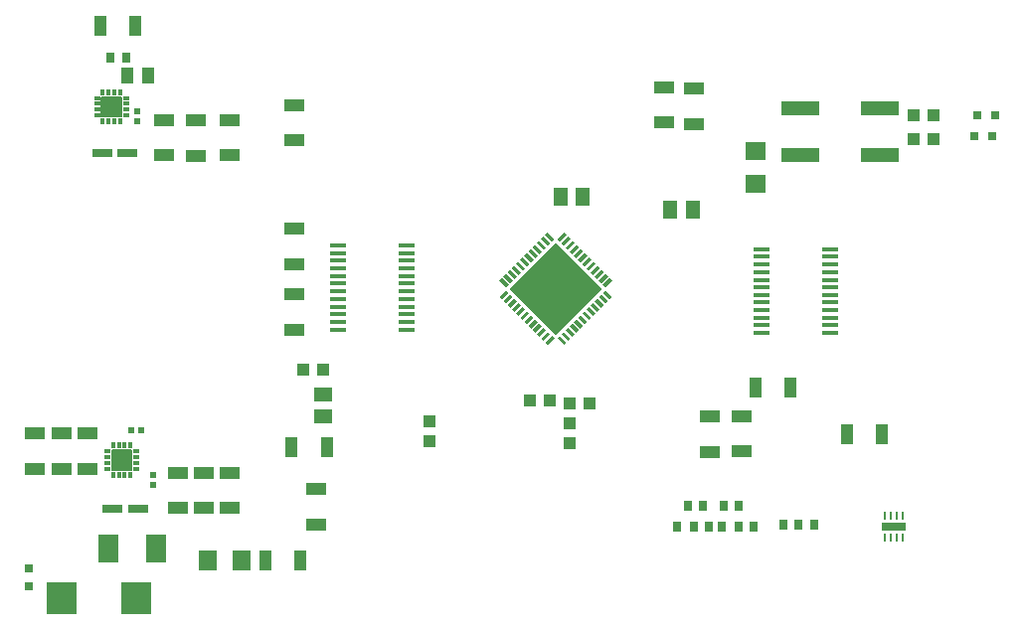
<source format=gtp>
G75*
%MOIN*%
%OFA0B0*%
%FSLAX24Y24*%
%IPPOS*%
%LPD*%
%AMOC8*
5,1,8,0,0,1.08239X$1,22.5*
%
%ADD10R,0.0512X0.0591*%
%ADD11R,0.0394X0.0433*%
%ADD12R,0.0433X0.0394*%
%ADD13R,0.0440X0.0710*%
%ADD14R,0.0710X0.0440*%
%ADD15R,0.0591X0.0512*%
%ADD16R,0.0240X0.0220*%
%ADD17R,0.0220X0.0240*%
%ADD18R,0.0690X0.0280*%
%ADD19R,0.0120X0.0200*%
%ADD20R,0.0200X0.0120*%
%ADD21R,0.0670X0.0670*%
%ADD22C,0.0060*%
%ADD23R,0.0260X0.0380*%
%ADD24R,0.0440X0.0570*%
%ADD25R,0.0580X0.0140*%
%ADD26R,0.0120X0.0320*%
%ADD27R,0.2200X0.2200*%
%ADD28R,0.0276X0.0354*%
%ADD29R,0.0630X0.0710*%
%ADD30R,0.1260X0.0472*%
%ADD31R,0.0709X0.0630*%
%ADD32R,0.0787X0.0315*%
%ADD33R,0.0106X0.0276*%
%ADD34R,0.1004X0.1063*%
%ADD35R,0.0709X0.0945*%
%ADD36R,0.0315X0.0315*%
D10*
X025646Y015285D03*
X026394Y015285D03*
X022724Y015700D03*
X021976Y015700D03*
D11*
X013995Y009910D03*
X013325Y009910D03*
X020945Y008870D03*
X021615Y008870D03*
X022285Y008780D03*
X022955Y008780D03*
X022270Y008105D03*
X022270Y007435D03*
X033815Y017650D03*
X034485Y017650D03*
X034485Y018450D03*
X033815Y018450D03*
D12*
X017570Y008185D03*
X017570Y007515D03*
D13*
X014126Y007304D03*
X012946Y007304D03*
X013240Y003510D03*
X012060Y003510D03*
X028500Y009330D03*
X029680Y009330D03*
X031563Y007736D03*
X032743Y007736D03*
X007711Y021451D03*
X006531Y021451D03*
D14*
X008691Y018281D03*
X009756Y018273D03*
X010871Y018283D03*
X010871Y017103D03*
X009756Y017093D03*
X008691Y017101D03*
X013050Y017610D03*
X013050Y018790D03*
X013050Y014640D03*
X013050Y013460D03*
X013050Y012440D03*
X013050Y011260D03*
X006100Y007778D03*
X005225Y007778D03*
X004350Y007778D03*
X004350Y006598D03*
X005225Y006598D03*
X006100Y006598D03*
X009131Y006465D03*
X010006Y006465D03*
X010881Y006465D03*
X010881Y005285D03*
X010006Y005285D03*
X009131Y005285D03*
X013773Y004731D03*
X013773Y005911D03*
X026970Y007160D03*
X028030Y007170D03*
X028030Y008350D03*
X026970Y008340D03*
X026450Y018160D03*
X025450Y018210D03*
X025450Y019390D03*
X026450Y019340D03*
D15*
X014010Y009094D03*
X014010Y008346D03*
D16*
X008301Y006384D03*
X008301Y006054D03*
X007788Y018243D03*
X007788Y018573D03*
D17*
X007921Y007875D03*
X007591Y007875D03*
D18*
X007806Y005250D03*
X006956Y005250D03*
X006601Y017180D03*
X007451Y017180D03*
D19*
X007213Y018244D03*
X007016Y018244D03*
X006819Y018244D03*
X006622Y018244D03*
X006622Y019228D03*
X006819Y019228D03*
X007016Y019228D03*
X007213Y019228D03*
X007158Y007367D03*
X007355Y007367D03*
X007552Y007367D03*
X006961Y007367D03*
X006961Y006383D03*
X007158Y006383D03*
X007355Y006383D03*
X007552Y006383D03*
D20*
X007748Y006580D03*
X007748Y006777D03*
X007748Y006973D03*
X007748Y007170D03*
X006764Y007170D03*
X006764Y006973D03*
X006764Y006777D03*
X006764Y006580D03*
X006425Y018441D03*
X006425Y018638D03*
X006425Y018835D03*
X006425Y019032D03*
X007410Y019032D03*
X007410Y018835D03*
X007410Y018638D03*
X007410Y018441D03*
D21*
X006918Y018736D03*
X007256Y006875D03*
D22*
X006926Y007205D02*
X006926Y006545D01*
X007586Y006545D01*
X007586Y007205D01*
X006926Y007205D01*
X007248Y018406D02*
X006588Y018406D01*
X006588Y019066D01*
X007248Y019066D01*
X007248Y018406D01*
D23*
X007408Y020381D03*
X006858Y020381D03*
X025875Y004650D03*
X026425Y004650D03*
X026925Y004650D03*
X027375Y004650D03*
X027925Y004650D03*
X028425Y004650D03*
X029425Y004700D03*
X029925Y004700D03*
X030475Y004700D03*
D24*
X008144Y019778D03*
X007434Y019778D03*
D25*
X014520Y014080D03*
X014520Y013820D03*
X014520Y013570D03*
X014520Y013310D03*
X014520Y013050D03*
X014520Y012800D03*
X014520Y012540D03*
X014520Y012290D03*
X014520Y012030D03*
X014520Y011770D03*
X014520Y011520D03*
X014520Y011260D03*
X016820Y011260D03*
X016820Y011520D03*
X016820Y011770D03*
X016820Y012030D03*
X016820Y012290D03*
X016820Y012540D03*
X016820Y012800D03*
X016820Y013050D03*
X016820Y013310D03*
X016820Y013570D03*
X016820Y013820D03*
X016820Y014080D03*
X028700Y013960D03*
X028700Y013700D03*
X028700Y013450D03*
X028700Y013190D03*
X028700Y012930D03*
X028700Y012680D03*
X028700Y012420D03*
X028700Y012170D03*
X028700Y011910D03*
X028700Y011650D03*
X028700Y011400D03*
X028700Y011140D03*
X031000Y011140D03*
X031000Y011400D03*
X031000Y011650D03*
X031000Y011910D03*
X031000Y012170D03*
X031000Y012420D03*
X031000Y012680D03*
X031000Y012930D03*
X031000Y013190D03*
X031000Y013450D03*
X031000Y013700D03*
X031000Y013960D03*
D26*
G36*
X023611Y012992D02*
X023696Y012907D01*
X023471Y012682D01*
X023386Y012767D01*
X023611Y012992D01*
G37*
G36*
X023476Y013126D02*
X023561Y013041D01*
X023336Y012816D01*
X023251Y012901D01*
X023476Y013126D01*
G37*
G36*
X023335Y013268D02*
X023420Y013183D01*
X023195Y012958D01*
X023110Y013043D01*
X023335Y013268D01*
G37*
G36*
X023193Y013409D02*
X023278Y013324D01*
X023053Y013099D01*
X022968Y013184D01*
X023193Y013409D01*
G37*
G36*
X023059Y013543D02*
X023144Y013458D01*
X022919Y013233D01*
X022834Y013318D01*
X023059Y013543D01*
G37*
G36*
X022918Y013685D02*
X023003Y013600D01*
X022778Y013375D01*
X022693Y013460D01*
X022918Y013685D01*
G37*
G36*
X022776Y013826D02*
X022861Y013741D01*
X022636Y013516D01*
X022551Y013601D01*
X022776Y013826D01*
G37*
G36*
X022635Y013968D02*
X022720Y013883D01*
X022495Y013658D01*
X022410Y013743D01*
X022635Y013968D01*
G37*
G36*
X022500Y014102D02*
X022585Y014017D01*
X022360Y013792D01*
X022275Y013877D01*
X022500Y014102D01*
G37*
G36*
X022359Y014243D02*
X022444Y014158D01*
X022219Y013933D01*
X022134Y014018D01*
X022359Y014243D01*
G37*
G36*
X022218Y014385D02*
X022303Y014300D01*
X022078Y014075D01*
X021993Y014160D01*
X022218Y014385D01*
G37*
G36*
X022083Y014519D02*
X022168Y014434D01*
X021943Y014209D01*
X021858Y014294D01*
X022083Y014519D01*
G37*
G36*
X021448Y014434D02*
X021533Y014519D01*
X021758Y014294D01*
X021673Y014209D01*
X021448Y014434D01*
G37*
G36*
X021314Y014300D02*
X021399Y014385D01*
X021624Y014160D01*
X021539Y014075D01*
X021314Y014300D01*
G37*
G36*
X021172Y014158D02*
X021257Y014243D01*
X021482Y014018D01*
X021397Y013933D01*
X021172Y014158D01*
G37*
G36*
X021031Y014017D02*
X021116Y014102D01*
X021341Y013877D01*
X021256Y013792D01*
X021031Y014017D01*
G37*
G36*
X020897Y013883D02*
X020982Y013968D01*
X021207Y013743D01*
X021122Y013658D01*
X020897Y013883D01*
G37*
G36*
X020755Y013741D02*
X020840Y013826D01*
X021065Y013601D01*
X020980Y013516D01*
X020755Y013741D01*
G37*
G36*
X020614Y013600D02*
X020699Y013685D01*
X020924Y013460D01*
X020839Y013375D01*
X020614Y013600D01*
G37*
G36*
X020472Y013458D02*
X020557Y013543D01*
X020782Y013318D01*
X020697Y013233D01*
X020472Y013458D01*
G37*
G36*
X020338Y013324D02*
X020423Y013409D01*
X020648Y013184D01*
X020563Y013099D01*
X020338Y013324D01*
G37*
G36*
X020197Y013183D02*
X020282Y013268D01*
X020507Y013043D01*
X020422Y012958D01*
X020197Y013183D01*
G37*
G36*
X020055Y013041D02*
X020140Y013126D01*
X020365Y012901D01*
X020280Y012816D01*
X020055Y013041D01*
G37*
G36*
X019921Y012907D02*
X020006Y012992D01*
X020231Y012767D01*
X020146Y012682D01*
X019921Y012907D01*
G37*
G36*
X020146Y012582D02*
X020231Y012497D01*
X020006Y012272D01*
X019921Y012357D01*
X020146Y012582D01*
G37*
G36*
X020280Y012447D02*
X020365Y012362D01*
X020140Y012137D01*
X020055Y012222D01*
X020280Y012447D01*
G37*
G36*
X020422Y012306D02*
X020507Y012221D01*
X020282Y011996D01*
X020197Y012081D01*
X020422Y012306D01*
G37*
G36*
X020563Y012165D02*
X020648Y012080D01*
X020423Y011855D01*
X020338Y011940D01*
X020563Y012165D01*
G37*
G36*
X020697Y012030D02*
X020782Y011945D01*
X020557Y011720D01*
X020472Y011805D01*
X020697Y012030D01*
G37*
G36*
X020839Y011889D02*
X020924Y011804D01*
X020699Y011579D01*
X020614Y011664D01*
X020839Y011889D01*
G37*
G36*
X020980Y011747D02*
X021065Y011662D01*
X020840Y011437D01*
X020755Y011522D01*
X020980Y011747D01*
G37*
G36*
X021122Y011606D02*
X021207Y011521D01*
X020982Y011296D01*
X020897Y011381D01*
X021122Y011606D01*
G37*
G36*
X021256Y011472D02*
X021341Y011387D01*
X021116Y011162D01*
X021031Y011247D01*
X021256Y011472D01*
G37*
G36*
X021397Y011330D02*
X021482Y011245D01*
X021257Y011020D01*
X021172Y011105D01*
X021397Y011330D01*
G37*
G36*
X021539Y011189D02*
X021624Y011104D01*
X021399Y010879D01*
X021314Y010964D01*
X021539Y011189D01*
G37*
G36*
X021673Y011054D02*
X021758Y010969D01*
X021533Y010744D01*
X021448Y010829D01*
X021673Y011054D01*
G37*
G36*
X021858Y010969D02*
X021943Y011054D01*
X022168Y010829D01*
X022083Y010744D01*
X021858Y010969D01*
G37*
G36*
X021993Y011104D02*
X022078Y011189D01*
X022303Y010964D01*
X022218Y010879D01*
X021993Y011104D01*
G37*
G36*
X022134Y011245D02*
X022219Y011330D01*
X022444Y011105D01*
X022359Y011020D01*
X022134Y011245D01*
G37*
G36*
X022275Y011387D02*
X022360Y011472D01*
X022585Y011247D01*
X022500Y011162D01*
X022275Y011387D01*
G37*
G36*
X022410Y011521D02*
X022495Y011606D01*
X022720Y011381D01*
X022635Y011296D01*
X022410Y011521D01*
G37*
G36*
X022551Y011662D02*
X022636Y011747D01*
X022861Y011522D01*
X022776Y011437D01*
X022551Y011662D01*
G37*
G36*
X022693Y011804D02*
X022778Y011889D01*
X023003Y011664D01*
X022918Y011579D01*
X022693Y011804D01*
G37*
G36*
X022834Y011945D02*
X022919Y012030D01*
X023144Y011805D01*
X023059Y011720D01*
X022834Y011945D01*
G37*
G36*
X022968Y012080D02*
X023053Y012165D01*
X023278Y011940D01*
X023193Y011855D01*
X022968Y012080D01*
G37*
G36*
X023110Y012221D02*
X023195Y012306D01*
X023420Y012081D01*
X023335Y011996D01*
X023110Y012221D01*
G37*
G36*
X023251Y012362D02*
X023336Y012447D01*
X023561Y012222D01*
X023476Y012137D01*
X023251Y012362D01*
G37*
G36*
X023386Y012497D02*
X023471Y012582D01*
X023696Y012357D01*
X023611Y012272D01*
X023386Y012497D01*
G37*
D27*
G36*
X021808Y011077D02*
X020253Y012632D01*
X021808Y014187D01*
X023363Y012632D01*
X021808Y011077D01*
G37*
D28*
X026244Y005350D03*
X026756Y005350D03*
X027444Y005350D03*
X027956Y005350D03*
D29*
X011260Y003500D03*
X010140Y003500D03*
D30*
X030011Y017113D03*
X030011Y018687D03*
X032689Y018687D03*
X032689Y017113D03*
D31*
X028500Y017251D03*
X028500Y016149D03*
D32*
X033150Y004650D03*
D33*
X033052Y005024D03*
X033248Y005024D03*
X033445Y005024D03*
X032855Y005024D03*
X032855Y004276D03*
X033052Y004276D03*
X033248Y004276D03*
X033445Y004276D03*
D34*
X007748Y002250D03*
X005252Y002250D03*
D35*
X006803Y003900D03*
X008397Y003900D03*
D36*
X004150Y002655D03*
X004150Y003245D03*
X035855Y017750D03*
X036445Y017750D03*
X036545Y018450D03*
X035955Y018450D03*
M02*

</source>
